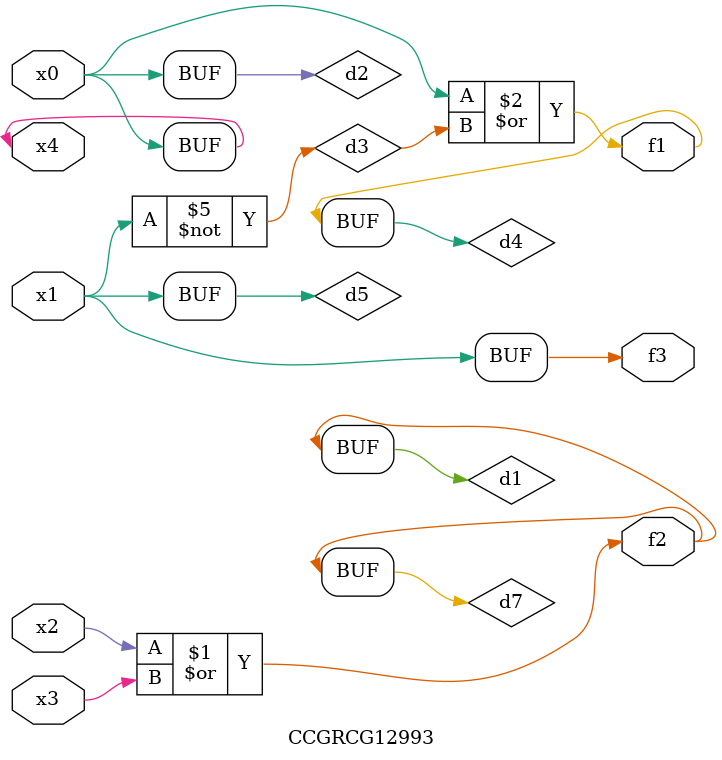
<source format=v>
module CCGRCG12993(
	input x0, x1, x2, x3, x4,
	output f1, f2, f3
);

	wire d1, d2, d3, d4, d5, d6, d7;

	or (d1, x2, x3);
	buf (d2, x0, x4);
	not (d3, x1);
	or (d4, d2, d3);
	not (d5, d3);
	nand (d6, d1, d3);
	or (d7, d1);
	assign f1 = d4;
	assign f2 = d7;
	assign f3 = d5;
endmodule

</source>
